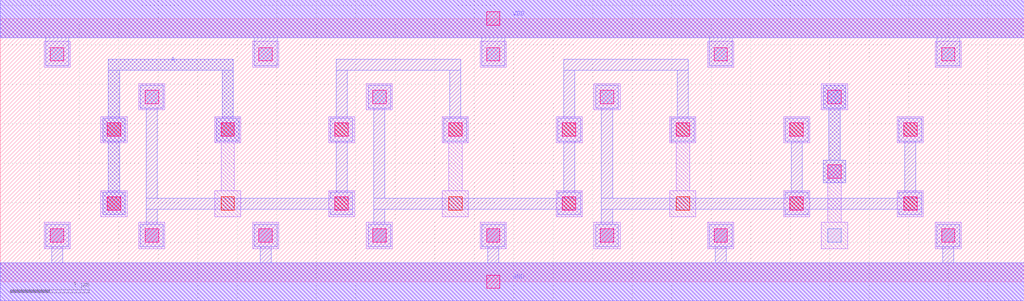
<source format=lef>
MACRO CLKBUF1
 CLASS CORE ;
 FOREIGN CLKBUF1 0 0 ;
 SIZE 12.96 BY 3.33 ;
 ORIGIN 0 0 ;
 SYMMETRY X Y R90 ;
 SITE unit ;
  PIN VDD
   DIRECTION INOUT ;
   USE POWER ;
   SHAPE ABUTMENT ;
    PORT
     CLASS CORE ;
       LAYER li1 ;
        RECT 0.00000000 3.09000000 12.96000000 3.57000000 ;
       LAYER met1 ;
        RECT 0.00000000 3.09000000 12.96000000 3.57000000 ;
    END
  END VDD

  PIN GND
   DIRECTION INOUT ;
   USE POWER ;
   SHAPE ABUTMENT ;
    PORT
     CLASS CORE ;
       LAYER li1 ;
        RECT 0.00000000 -0.24000000 12.96000000 0.24000000 ;
       LAYER met1 ;
        RECT 0.00000000 -0.24000000 12.96000000 0.24000000 ;
    END
  END GND

  PIN Y
   DIRECTION INOUT ;
   USE SIGNAL ;
   SHAPE ABUTMENT ;
    PORT
     CLASS CORE ;
       LAYER met1 ;
        RECT 10.41500000 1.25000000 10.70500000 1.54000000 ;
        RECT 10.49000000 1.54000000 10.63000000 2.19500000 ;
        RECT 10.41500000 2.19500000 10.70500000 2.48500000 ;
    END
  END Y

  PIN A
   DIRECTION INOUT ;
   USE SIGNAL ;
   SHAPE ABUTMENT ;
    PORT
     CLASS CORE ;
       LAYER met1 ;
        RECT 1.29500000 0.84500000 1.58500000 1.13500000 ;
        RECT 1.37000000 1.13500000 1.51000000 1.78000000 ;
        RECT 1.29500000 1.78000000 1.58500000 2.07000000 ;
        RECT 2.73500000 1.78000000 3.02500000 2.07000000 ;
        RECT 1.37000000 2.07000000 1.51000000 2.67500000 ;
        RECT 2.81000000 2.07000000 2.95000000 2.67500000 ;
        RECT 1.37000000 2.67500000 2.95000000 2.81500000 ;
    END
  END A

 OBS
    LAYER polycont ;
     RECT 1.35500000 0.90500000 1.52500000 1.07500000 ;
     RECT 2.79500000 0.90500000 2.96500000 1.07500000 ;
     RECT 4.23500000 0.90500000 4.40500000 1.07500000 ;
     RECT 5.67500000 0.90500000 5.84500000 1.07500000 ;
     RECT 7.11500000 0.90500000 7.28500000 1.07500000 ;
     RECT 8.55500000 0.90500000 8.72500000 1.07500000 ;
     RECT 9.99500000 0.90500000 10.16500000 1.07500000 ;
     RECT 11.43500000 0.90500000 11.60500000 1.07500000 ;
     RECT 1.35500000 1.84000000 1.52500000 2.01000000 ;
     RECT 2.79500000 1.84000000 2.96500000 2.01000000 ;
     RECT 4.23500000 1.84000000 4.40500000 2.01000000 ;
     RECT 5.67500000 1.84000000 5.84500000 2.01000000 ;
     RECT 7.11500000 1.84000000 7.28500000 2.01000000 ;
     RECT 8.55500000 1.84000000 8.72500000 2.01000000 ;
     RECT 9.99500000 1.84000000 10.16500000 2.01000000 ;
     RECT 11.43500000 1.84000000 11.60500000 2.01000000 ;

    LAYER pdiffc ;
     RECT 1.83500000 2.25500000 2.00500000 2.42500000 ;
     RECT 4.71500000 2.25500000 4.88500000 2.42500000 ;
     RECT 7.59500000 2.25500000 7.76500000 2.42500000 ;
     RECT 10.47500000 2.25500000 10.64500000 2.42500000 ;
     RECT 0.63500000 2.79500000 0.80500000 2.96500000 ;
     RECT 3.27500000 2.79500000 3.44500000 2.96500000 ;
     RECT 6.15500000 2.79500000 6.32500000 2.96500000 ;
     RECT 9.03500000 2.79500000 9.20500000 2.96500000 ;
     RECT 11.91500000 2.79500000 12.08500000 2.96500000 ;

    LAYER ndiffc ;
     RECT 0.63500000 0.50000000 0.80500000 0.67000000 ;
     RECT 1.83500000 0.50000000 2.00500000 0.67000000 ;
     RECT 3.27500000 0.50000000 3.44500000 0.67000000 ;
     RECT 4.71500000 0.50000000 4.88500000 0.67000000 ;
     RECT 6.15500000 0.50000000 6.32500000 0.67000000 ;
     RECT 7.59500000 0.50000000 7.76500000 0.67000000 ;
     RECT 9.03500000 0.50000000 9.20500000 0.67000000 ;
     RECT 10.47500000 0.50000000 10.64500000 0.67000000 ;
     RECT 11.91500000 0.50000000 12.08500000 0.67000000 ;

    LAYER li1 ;
     RECT 0.00000000 -0.24000000 12.96000000 0.24000000 ;
     RECT 0.55500000 0.42000000 0.88500000 0.75000000 ;
     RECT 1.75500000 0.42000000 2.08500000 0.75000000 ;
     RECT 3.19500000 0.42000000 3.52500000 0.75000000 ;
     RECT 4.63500000 0.42000000 4.96500000 0.75000000 ;
     RECT 6.07500000 0.42000000 6.40500000 0.75000000 ;
     RECT 7.51500000 0.42000000 7.84500000 0.75000000 ;
     RECT 8.95500000 0.42000000 9.28500000 0.75000000 ;
     RECT 11.83500000 0.42000000 12.16500000 0.75000000 ;
     RECT 1.27500000 0.82500000 1.60500000 1.15500000 ;
     RECT 4.15500000 0.82500000 4.48500000 1.15500000 ;
     RECT 7.03500000 0.82500000 7.36500000 1.15500000 ;
     RECT 9.91500000 0.82500000 10.24500000 1.15500000 ;
     RECT 11.35500000 0.82500000 11.68500000 1.15500000 ;
     RECT 10.39500000 0.42000000 10.72500000 0.75000000 ;
     RECT 10.47500000 0.75000000 10.64500000 1.48000000 ;
     RECT 1.27500000 1.76000000 1.60500000 2.09000000 ;
     RECT 2.71500000 0.82500000 3.04500000 1.15500000 ;
     RECT 2.79500000 1.15500000 2.96500000 1.76000000 ;
     RECT 2.71500000 1.76000000 3.04500000 2.09000000 ;
     RECT 4.15500000 1.76000000 4.48500000 2.09000000 ;
     RECT 5.59500000 0.82500000 5.92500000 1.15500000 ;
     RECT 5.67500000 1.15500000 5.84500000 1.76000000 ;
     RECT 5.59500000 1.76000000 5.92500000 2.09000000 ;
     RECT 7.03500000 1.76000000 7.36500000 2.09000000 ;
     RECT 8.47500000 0.82500000 8.80500000 1.15500000 ;
     RECT 8.55500000 1.15500000 8.72500000 1.76000000 ;
     RECT 8.47500000 1.76000000 8.80500000 2.09000000 ;
     RECT 9.91500000 1.76000000 10.24500000 2.09000000 ;
     RECT 11.35500000 1.76000000 11.68500000 2.09000000 ;
     RECT 1.75500000 2.17500000 2.08500000 2.50500000 ;
     RECT 4.63500000 2.17500000 4.96500000 2.50500000 ;
     RECT 7.51500000 2.17500000 7.84500000 2.50500000 ;
     RECT 10.39500000 2.17500000 10.72500000 2.50500000 ;
     RECT 0.55500000 2.71500000 0.88500000 3.04500000 ;
     RECT 3.19500000 2.71500000 3.52500000 3.04500000 ;
     RECT 6.07500000 2.71500000 6.40500000 3.04500000 ;
     RECT 8.95500000 2.71500000 9.28500000 3.04500000 ;
     RECT 11.83500000 2.71500000 12.16500000 3.04500000 ;
     RECT 0.00000000 3.09000000 12.96000000 3.57000000 ;

    LAYER viali ;
     RECT 6.15500000 -0.08500000 6.32500000 0.08500000 ;
     RECT 0.63500000 0.50000000 0.80500000 0.67000000 ;
     RECT 1.83500000 0.50000000 2.00500000 0.67000000 ;
     RECT 3.27500000 0.50000000 3.44500000 0.67000000 ;
     RECT 4.71500000 0.50000000 4.88500000 0.67000000 ;
     RECT 6.15500000 0.50000000 6.32500000 0.67000000 ;
     RECT 7.59500000 0.50000000 7.76500000 0.67000000 ;
     RECT 9.03500000 0.50000000 9.20500000 0.67000000 ;
     RECT 11.91500000 0.50000000 12.08500000 0.67000000 ;
     RECT 1.35500000 0.90500000 1.52500000 1.07500000 ;
     RECT 4.23500000 0.90500000 4.40500000 1.07500000 ;
     RECT 7.11500000 0.90500000 7.28500000 1.07500000 ;
     RECT 9.99500000 0.90500000 10.16500000 1.07500000 ;
     RECT 11.43500000 0.90500000 11.60500000 1.07500000 ;
     RECT 10.47500000 1.31000000 10.64500000 1.48000000 ;
     RECT 1.35500000 1.84000000 1.52500000 2.01000000 ;
     RECT 2.79500000 1.84000000 2.96500000 2.01000000 ;
     RECT 4.23500000 1.84000000 4.40500000 2.01000000 ;
     RECT 5.67500000 1.84000000 5.84500000 2.01000000 ;
     RECT 7.11500000 1.84000000 7.28500000 2.01000000 ;
     RECT 8.55500000 1.84000000 8.72500000 2.01000000 ;
     RECT 9.99500000 1.84000000 10.16500000 2.01000000 ;
     RECT 11.43500000 1.84000000 11.60500000 2.01000000 ;
     RECT 1.83500000 2.25500000 2.00500000 2.42500000 ;
     RECT 4.71500000 2.25500000 4.88500000 2.42500000 ;
     RECT 7.59500000 2.25500000 7.76500000 2.42500000 ;
     RECT 10.47500000 2.25500000 10.64500000 2.42500000 ;
     RECT 0.63500000 2.79500000 0.80500000 2.96500000 ;
     RECT 3.27500000 2.79500000 3.44500000 2.96500000 ;
     RECT 6.15500000 2.79500000 6.32500000 2.96500000 ;
     RECT 9.03500000 2.79500000 9.20500000 2.96500000 ;
     RECT 11.91500000 2.79500000 12.08500000 2.96500000 ;
     RECT 6.15500000 3.24500000 6.32500000 3.41500000 ;

    LAYER met1 ;
     RECT 0.00000000 -0.24000000 12.96000000 0.24000000 ;
     RECT 0.65000000 0.24000000 0.79000000 0.44000000 ;
     RECT 3.29000000 0.24000000 3.43000000 0.44000000 ;
     RECT 6.17000000 0.24000000 6.31000000 0.44000000 ;
     RECT 9.05000000 0.24000000 9.19000000 0.44000000 ;
     RECT 11.93000000 0.24000000 12.07000000 0.44000000 ;
     RECT 0.57500000 0.44000000 0.86500000 0.73000000 ;
     RECT 3.21500000 0.44000000 3.50500000 0.73000000 ;
     RECT 6.09500000 0.44000000 6.38500000 0.73000000 ;
     RECT 8.97500000 0.44000000 9.26500000 0.73000000 ;
     RECT 11.85500000 0.44000000 12.14500000 0.73000000 ;
     RECT 7.53500000 0.44000000 7.82500000 0.73000000 ;
     RECT 7.61000000 0.73000000 7.75000000 0.92000000 ;
     RECT 9.93500000 0.84500000 10.22500000 0.92000000 ;
     RECT 11.37500000 0.84500000 11.66500000 0.92000000 ;
     RECT 7.61000000 0.92000000 11.66500000 1.06000000 ;
     RECT 9.93500000 1.06000000 10.22500000 1.13500000 ;
     RECT 11.37500000 1.06000000 11.66500000 1.13500000 ;
     RECT 10.01000000 1.13500000 10.15000000 1.78000000 ;
     RECT 11.45000000 1.13500000 11.59000000 1.78000000 ;
     RECT 9.93500000 1.78000000 10.22500000 2.07000000 ;
     RECT 11.37500000 1.78000000 11.66500000 2.07000000 ;
     RECT 7.61000000 1.06000000 7.75000000 2.19500000 ;
     RECT 7.53500000 2.19500000 7.82500000 2.48500000 ;
     RECT 10.41500000 1.25000000 10.70500000 1.54000000 ;
     RECT 10.49000000 1.54000000 10.63000000 2.19500000 ;
     RECT 10.41500000 2.19500000 10.70500000 2.48500000 ;
     RECT 1.29500000 0.84500000 1.58500000 1.13500000 ;
     RECT 1.37000000 1.13500000 1.51000000 1.78000000 ;
     RECT 1.29500000 1.78000000 1.58500000 2.07000000 ;
     RECT 2.73500000 1.78000000 3.02500000 2.07000000 ;
     RECT 1.37000000 2.07000000 1.51000000 2.67500000 ;
     RECT 2.81000000 2.07000000 2.95000000 2.67500000 ;
     RECT 1.37000000 2.67500000 2.95000000 2.81500000 ;
     RECT 1.77500000 0.44000000 2.06500000 0.73000000 ;
     RECT 1.85000000 0.73000000 1.99000000 0.92000000 ;
     RECT 4.17500000 0.84500000 4.46500000 0.92000000 ;
     RECT 1.85000000 0.92000000 4.46500000 1.06000000 ;
     RECT 4.17500000 1.06000000 4.46500000 1.13500000 ;
     RECT 4.25000000 1.13500000 4.39000000 1.78000000 ;
     RECT 4.17500000 1.78000000 4.46500000 2.07000000 ;
     RECT 5.61500000 1.78000000 5.90500000 2.07000000 ;
     RECT 1.85000000 1.06000000 1.99000000 2.19500000 ;
     RECT 1.77500000 2.19500000 2.06500000 2.48500000 ;
     RECT 4.25000000 2.07000000 4.39000000 2.67500000 ;
     RECT 5.69000000 2.07000000 5.83000000 2.67500000 ;
     RECT 4.25000000 2.67500000 5.83000000 2.81500000 ;
     RECT 4.65500000 0.44000000 4.94500000 0.73000000 ;
     RECT 4.73000000 0.73000000 4.87000000 0.92000000 ;
     RECT 7.05500000 0.84500000 7.34500000 0.92000000 ;
     RECT 4.73000000 0.92000000 7.34500000 1.06000000 ;
     RECT 7.05500000 1.06000000 7.34500000 1.13500000 ;
     RECT 7.13000000 1.13500000 7.27000000 1.78000000 ;
     RECT 7.05500000 1.78000000 7.34500000 2.07000000 ;
     RECT 8.49500000 1.78000000 8.78500000 2.07000000 ;
     RECT 4.73000000 1.06000000 4.87000000 2.19500000 ;
     RECT 4.65500000 2.19500000 4.94500000 2.48500000 ;
     RECT 7.13000000 2.07000000 7.27000000 2.67500000 ;
     RECT 8.57000000 2.07000000 8.71000000 2.67500000 ;
     RECT 7.13000000 2.67500000 8.71000000 2.81500000 ;
     RECT 0.57500000 2.73500000 0.86500000 3.09000000 ;
     RECT 3.21500000 2.73500000 3.50500000 3.09000000 ;
     RECT 6.09500000 2.73500000 6.38500000 3.09000000 ;
     RECT 8.97500000 2.73500000 9.26500000 3.09000000 ;
     RECT 11.85500000 2.73500000 12.14500000 3.09000000 ;
     RECT 0.00000000 3.09000000 12.96000000 3.57000000 ;

 END
END CLKBUF1

</source>
